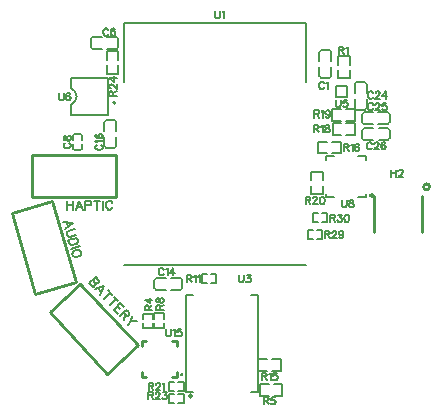
<source format=gto>
G04 Layer: TopSilkscreenLayer*
G04 Panelize: , Column: 1, Row: 1, Board Size: 35.35mm x 33.79mm, Panelized Board Size: 35.35mm x 33.79mm*
G04 EasyEDA v6.5.34, 2023-08-25 09:09:34*
G04 d93e2c1bc76747fc85efea62cec83403,9a4ed40c0dd746429eaf55b84663d2fb,10*
G04 Gerber Generator version 0.2*
G04 Scale: 100 percent, Rotated: No, Reflected: No *
G04 Dimensions in millimeters *
G04 leading zeros omitted , absolute positions ,4 integer and 5 decimal *
%FSLAX45Y45*%
%MOMM*%

%ADD10C,0.1524*%
%ADD11C,0.1270*%
%ADD12C,0.2540*%
%ADD13C,0.2000*%
%ADD14C,0.1500*%
%ADD15C,0.1999*%
%ADD16C,0.2500*%
%ADD17C,0.1000*%
%ADD18C,0.2500*%
%ADD19C,0.0120*%

%LPD*%
D10*
X110487Y529729D02*
G01*
X110487Y469023D01*
X110487Y529729D02*
G01*
X136395Y529729D01*
X145031Y526935D01*
X148079Y523887D01*
X150873Y518299D01*
X150873Y512457D01*
X148079Y506615D01*
X145031Y503821D01*
X136395Y500773D01*
X110487Y500773D01*
X130553Y500773D02*
G01*
X150873Y469023D01*
X169923Y518299D02*
G01*
X175765Y521093D01*
X184401Y529729D01*
X184401Y469023D01*
X217929Y529729D02*
G01*
X209039Y526935D01*
X206245Y521093D01*
X206245Y515251D01*
X209039Y509409D01*
X214881Y506615D01*
X226565Y503821D01*
X235201Y500773D01*
X240789Y495185D01*
X243837Y489343D01*
X243837Y480707D01*
X240789Y474865D01*
X237995Y472071D01*
X229359Y469023D01*
X217929Y469023D01*
X209039Y472071D01*
X206245Y474865D01*
X203451Y480707D01*
X203451Y489343D01*
X206245Y495185D01*
X212087Y500773D01*
X220723Y503821D01*
X232153Y506615D01*
X237995Y509409D01*
X240789Y515251D01*
X240789Y521093D01*
X237995Y526935D01*
X229359Y529729D01*
X217929Y529729D01*
X-1737545Y-754748D02*
G01*
X-1793275Y-806716D01*
X-1737545Y-754748D02*
G01*
X-1715198Y-778710D01*
X-1710352Y-789124D01*
X-1710527Y-794151D01*
X-1713489Y-801773D01*
X-1718876Y-806797D01*
X-1726501Y-809048D01*
X-1731713Y-809045D01*
X-1741764Y-803483D01*
X-1764111Y-779518D02*
G01*
X-1741764Y-803483D01*
X-1736915Y-813894D01*
X-1737276Y-819094D01*
X-1740052Y-826546D01*
X-1748040Y-833993D01*
X-1755853Y-836416D01*
X-1760880Y-836241D01*
X-1770928Y-830679D01*
X-1793275Y-806716D01*
X-1666694Y-830724D02*
G01*
X-1742173Y-861517D01*
X-1666694Y-830724D02*
G01*
X-1702503Y-904057D01*
X-1716148Y-852180D02*
G01*
X-1691375Y-878746D01*
X-1612996Y-888311D02*
G01*
X-1668724Y-940280D01*
X-1630492Y-869548D02*
G01*
X-1595673Y-906889D01*
X-1561894Y-943112D02*
G01*
X-1617621Y-995080D01*
X-1579389Y-924349D02*
G01*
X-1544571Y-961689D01*
X-1528287Y-979149D02*
G01*
X-1584015Y-1031118D01*
X-1528287Y-979149D02*
G01*
X-1496067Y-1013701D01*
X-1554850Y-1003922D02*
G01*
X-1534929Y-1025283D01*
X-1584015Y-1031118D02*
G01*
X-1551795Y-1065669D01*
X-1479610Y-1031349D02*
G01*
X-1535338Y-1083317D01*
X-1479610Y-1031349D02*
G01*
X-1457264Y-1055314D01*
X-1452415Y-1065725D01*
X-1452590Y-1070752D01*
X-1455552Y-1078377D01*
X-1460939Y-1083401D01*
X-1468567Y-1085649D01*
X-1473779Y-1085646D01*
X-1483827Y-1080084D01*
X-1506174Y-1056121D01*
X-1488851Y-1074696D02*
G01*
X-1500692Y-1120470D01*
X-1428508Y-1086149D02*
G01*
X-1435323Y-1132098D01*
X-1464490Y-1159296D01*
X-1388838Y-1128689D02*
G01*
X-1435323Y-1132098D01*
D11*
X763524Y152044D02*
G01*
X763524Y91338D01*
X803910Y152044D02*
G01*
X803910Y91338D01*
X763524Y123088D02*
G01*
X803910Y123088D01*
X825754Y137566D02*
G01*
X825754Y140360D01*
X828802Y146202D01*
X831596Y148996D01*
X837438Y152044D01*
X848868Y152044D01*
X854710Y148996D01*
X857504Y146202D01*
X860552Y140360D01*
X860552Y134518D01*
X857504Y128930D01*
X851915Y120294D01*
X822960Y91338D01*
X863346Y91338D01*
D10*
X-1981784Y-108280D02*
G01*
X-1981784Y-184734D01*
X-1930730Y-108280D02*
G01*
X-1930730Y-184734D01*
X-1981784Y-144602D02*
G01*
X-1930730Y-144602D01*
X-1877644Y-108280D02*
G01*
X-1906854Y-184734D01*
X-1877644Y-108280D02*
G01*
X-1848688Y-184734D01*
X-1895932Y-159080D02*
G01*
X-1859610Y-159080D01*
X-1824558Y-108280D02*
G01*
X-1824558Y-184734D01*
X-1824558Y-108280D02*
G01*
X-1791792Y-108280D01*
X-1780870Y-111836D01*
X-1777314Y-115646D01*
X-1773758Y-122758D01*
X-1773758Y-133680D01*
X-1777314Y-141046D01*
X-1780870Y-144602D01*
X-1791792Y-148158D01*
X-1824558Y-148158D01*
X-1724228Y-108280D02*
G01*
X-1724228Y-184734D01*
X-1749628Y-108280D02*
G01*
X-1698828Y-108280D01*
X-1674698Y-108280D02*
G01*
X-1674698Y-184734D01*
X-1596212Y-126314D02*
G01*
X-1599768Y-119202D01*
X-1607134Y-111836D01*
X-1614500Y-108280D01*
X-1628978Y-108280D01*
X-1636344Y-111836D01*
X-1643456Y-119202D01*
X-1647266Y-126314D01*
X-1650822Y-137236D01*
X-1650822Y-155524D01*
X-1647266Y-166446D01*
X-1643456Y-173812D01*
X-1636344Y-180924D01*
X-1628978Y-184734D01*
X-1614500Y-184734D01*
X-1607134Y-180924D01*
X-1599768Y-173812D01*
X-1596212Y-166446D01*
D11*
X-1630141Y1334592D02*
G01*
X-1632935Y1340434D01*
X-1638777Y1346276D01*
X-1644619Y1349070D01*
X-1656049Y1349070D01*
X-1661891Y1346276D01*
X-1667479Y1340434D01*
X-1670527Y1334592D01*
X-1673321Y1325956D01*
X-1673321Y1311478D01*
X-1670527Y1302842D01*
X-1667479Y1297000D01*
X-1661891Y1291412D01*
X-1656049Y1288364D01*
X-1644619Y1288364D01*
X-1638777Y1291412D01*
X-1632935Y1297000D01*
X-1630141Y1302842D01*
X-1576293Y1340434D02*
G01*
X-1579341Y1346276D01*
X-1587977Y1349070D01*
X-1593819Y1349070D01*
X-1602455Y1346276D01*
X-1608043Y1337640D01*
X-1611091Y1323162D01*
X-1611091Y1308684D01*
X-1608043Y1297000D01*
X-1602455Y1291412D01*
X-1593819Y1288364D01*
X-1590771Y1288364D01*
X-1582135Y1291412D01*
X-1576293Y1297000D01*
X-1573499Y1305890D01*
X-1573499Y1308684D01*
X-1576293Y1317320D01*
X-1582135Y1323162D01*
X-1590771Y1325956D01*
X-1593819Y1325956D01*
X-1602455Y1323162D01*
X-1608043Y1317320D01*
X-1611091Y1308684D01*
D10*
X-1930140Y-300136D02*
G01*
X-2011685Y-293131D01*
X-1930140Y-300136D02*
G01*
X-1995652Y-349044D01*
X-1984014Y-296557D02*
G01*
X-1974001Y-331472D01*
X-1915507Y-351165D02*
G01*
X-1968002Y-366217D01*
X-1977522Y-372645D01*
X-1982327Y-381688D01*
X-1982980Y-393237D01*
X-1981019Y-400072D01*
X-1974347Y-409521D01*
X-1965479Y-414642D01*
X-1954001Y-415048D01*
X-1901507Y-399996D01*
X-1894855Y-423191D02*
G01*
X-1968347Y-444266D01*
X-1894855Y-423191D02*
G01*
X-1887854Y-447608D01*
X-1888261Y-459087D01*
X-1893310Y-468198D01*
X-1899168Y-473577D01*
X-1908688Y-480006D01*
X-1926267Y-485046D01*
X-1937745Y-484639D01*
X-1945807Y-483250D01*
X-1954674Y-478132D01*
X-1961347Y-468683D01*
X-1968347Y-444266D01*
X-1874202Y-495218D02*
G01*
X-1947694Y-516293D01*
X-1861599Y-539168D02*
G01*
X-1867047Y-533067D01*
X-1876089Y-528261D01*
X-1883976Y-526559D01*
X-1895454Y-526153D01*
X-1913034Y-531192D01*
X-1922553Y-537621D01*
X-1928583Y-543313D01*
X-1933460Y-552112D01*
X-1935091Y-560242D01*
X-1931101Y-574159D01*
X-1925408Y-580189D01*
X-1916541Y-585309D01*
X-1908479Y-586699D01*
X-1897001Y-587105D01*
X-1879422Y-582066D01*
X-1869902Y-575635D01*
X-1864047Y-570257D01*
X-1858998Y-561146D01*
X-1857608Y-553085D01*
X-1861599Y-539168D01*
X115059Y655205D02*
G01*
X115059Y594499D01*
X115059Y655205D02*
G01*
X140967Y655205D01*
X149603Y652411D01*
X152651Y649363D01*
X155445Y643775D01*
X155445Y637933D01*
X152651Y632091D01*
X149603Y629297D01*
X140967Y626249D01*
X115059Y626249D01*
X135125Y626249D02*
G01*
X155445Y594499D01*
X174495Y643775D02*
G01*
X180337Y646569D01*
X188973Y655205D01*
X188973Y594499D01*
X245361Y634885D02*
G01*
X242567Y626249D01*
X236725Y620661D01*
X228089Y617613D01*
X225295Y617613D01*
X216659Y620661D01*
X210817Y626249D01*
X208023Y634885D01*
X208023Y637933D01*
X210817Y646569D01*
X216659Y652411D01*
X225295Y655205D01*
X228089Y655205D01*
X236725Y652411D01*
X242567Y646569D01*
X245361Y634885D01*
X245361Y620661D01*
X242567Y606183D01*
X236725Y597547D01*
X228089Y594499D01*
X222501Y594499D01*
X213611Y597547D01*
X210817Y603135D01*
D11*
X297456Y743826D02*
G01*
X297456Y700646D01*
X300250Y692010D01*
X306092Y686168D01*
X314728Y683120D01*
X320570Y683120D01*
X329206Y686168D01*
X334794Y692010D01*
X337842Y700646D01*
X337842Y743826D01*
X391436Y743826D02*
G01*
X362734Y743826D01*
X359686Y717918D01*
X362734Y720712D01*
X371370Y723760D01*
X380006Y723760D01*
X388642Y720712D01*
X394484Y714870D01*
X397278Y706234D01*
X397278Y700646D01*
X394484Y692010D01*
X388642Y686168D01*
X380006Y683120D01*
X371370Y683120D01*
X362734Y686168D01*
X359686Y688962D01*
X356892Y694804D01*
D10*
X-729256Y1500512D02*
G01*
X-729256Y1452760D01*
X-726208Y1443108D01*
X-719858Y1436758D01*
X-710206Y1433710D01*
X-703856Y1433710D01*
X-694204Y1436758D01*
X-687854Y1443108D01*
X-684806Y1452760D01*
X-684806Y1500512D01*
X-663724Y1487812D02*
G01*
X-657374Y1490860D01*
X-647976Y1500512D01*
X-647976Y1433710D01*
X348040Y-101488D02*
G01*
X348040Y-144922D01*
X350834Y-153558D01*
X356676Y-159146D01*
X365312Y-162194D01*
X371154Y-162194D01*
X379790Y-159146D01*
X385632Y-153558D01*
X388426Y-144922D01*
X388426Y-101488D01*
X421954Y-101488D02*
G01*
X413318Y-104282D01*
X410270Y-110124D01*
X410270Y-115966D01*
X413318Y-121808D01*
X418906Y-124602D01*
X430590Y-127396D01*
X439226Y-130444D01*
X445068Y-136032D01*
X447862Y-141874D01*
X447862Y-150510D01*
X445068Y-156352D01*
X442020Y-159146D01*
X433384Y-162194D01*
X421954Y-162194D01*
X413318Y-159146D01*
X410270Y-156352D01*
X407476Y-150510D01*
X407476Y-141874D01*
X410270Y-136032D01*
X416112Y-130444D01*
X424748Y-127396D01*
X436432Y-124602D01*
X442020Y-121808D01*
X445068Y-115966D01*
X445068Y-110124D01*
X442020Y-104282D01*
X433384Y-101488D01*
X421954Y-101488D01*
D11*
X-523392Y-740257D02*
G01*
X-523392Y-783691D01*
X-520598Y-792327D01*
X-514756Y-798169D01*
X-506120Y-800963D01*
X-500278Y-800963D01*
X-491642Y-798169D01*
X-486054Y-792327D01*
X-483006Y-783691D01*
X-483006Y-740257D01*
X-458368Y-740257D02*
G01*
X-426618Y-740257D01*
X-443890Y-763371D01*
X-435254Y-763371D01*
X-429412Y-766419D01*
X-426618Y-769213D01*
X-423570Y-777849D01*
X-423570Y-783691D01*
X-426618Y-792327D01*
X-432206Y-798169D01*
X-440842Y-800963D01*
X-449478Y-800963D01*
X-458368Y-798169D01*
X-461162Y-795121D01*
X-463956Y-789533D01*
X-312623Y-1773351D02*
G01*
X-312623Y-1834057D01*
X-312623Y-1773351D02*
G01*
X-286715Y-1773351D01*
X-278079Y-1776145D01*
X-275031Y-1779193D01*
X-272237Y-1784781D01*
X-272237Y-1790623D01*
X-275031Y-1796465D01*
X-278079Y-1799259D01*
X-286715Y-1802307D01*
X-312623Y-1802307D01*
X-292557Y-1802307D02*
G01*
X-272237Y-1834057D01*
X-218643Y-1773351D02*
G01*
X-247345Y-1773351D01*
X-250393Y-1799259D01*
X-247345Y-1796465D01*
X-238709Y-1793671D01*
X-230073Y-1793671D01*
X-221437Y-1796465D01*
X-215595Y-1802307D01*
X-212801Y-1810943D01*
X-212801Y-1816531D01*
X-215595Y-1825421D01*
X-221437Y-1831009D01*
X-230073Y-1834057D01*
X-238709Y-1834057D01*
X-247345Y-1831009D01*
X-250393Y-1828215D01*
X-253187Y-1822373D01*
X-330657Y-1567611D02*
G01*
X-330657Y-1628317D01*
X-330657Y-1567611D02*
G01*
X-304749Y-1567611D01*
X-296113Y-1570405D01*
X-293065Y-1573453D01*
X-290271Y-1579041D01*
X-290271Y-1584883D01*
X-293065Y-1590725D01*
X-296113Y-1593519D01*
X-304749Y-1596567D01*
X-330657Y-1596567D01*
X-310591Y-1596567D02*
G01*
X-290271Y-1628317D01*
X-271221Y-1579041D02*
G01*
X-265379Y-1576247D01*
X-256743Y-1567611D01*
X-256743Y-1628317D01*
X-203149Y-1567611D02*
G01*
X-232105Y-1567611D01*
X-234899Y-1593519D01*
X-232105Y-1590725D01*
X-223215Y-1587931D01*
X-214579Y-1587931D01*
X-205943Y-1590725D01*
X-200355Y-1596567D01*
X-197307Y-1605203D01*
X-197307Y-1610791D01*
X-200355Y-1619681D01*
X-205943Y-1625269D01*
X-214579Y-1628317D01*
X-223215Y-1628317D01*
X-232105Y-1625269D01*
X-234899Y-1622475D01*
X-237693Y-1616633D01*
X322323Y1191907D02*
G01*
X322323Y1131201D01*
X322323Y1191907D02*
G01*
X348231Y1191907D01*
X356867Y1189113D01*
X359915Y1186065D01*
X362709Y1180477D01*
X362709Y1174635D01*
X359915Y1168793D01*
X356867Y1165999D01*
X348231Y1162951D01*
X322323Y1162951D01*
X342389Y1162951D02*
G01*
X362709Y1131201D01*
X381759Y1180477D02*
G01*
X387601Y1183271D01*
X396237Y1191907D01*
X396237Y1131201D01*
X-1318770Y-1037343D02*
G01*
X-1258064Y-1037343D01*
X-1318770Y-1037343D02*
G01*
X-1318770Y-1011435D01*
X-1315976Y-1002799D01*
X-1312928Y-999751D01*
X-1307340Y-996957D01*
X-1301498Y-996957D01*
X-1295656Y-999751D01*
X-1292862Y-1002799D01*
X-1289814Y-1011435D01*
X-1289814Y-1037343D01*
X-1289814Y-1017277D02*
G01*
X-1258064Y-996957D01*
X-1318770Y-948951D02*
G01*
X-1278384Y-977907D01*
X-1278384Y-934727D01*
X-1318770Y-948951D02*
G01*
X-1258064Y-948951D01*
X-1223149Y-1033294D02*
G01*
X-1162443Y-1033294D01*
X-1223149Y-1033294D02*
G01*
X-1223149Y-1007386D01*
X-1220101Y-998750D01*
X-1217307Y-995956D01*
X-1211465Y-992908D01*
X-1205623Y-992908D01*
X-1200035Y-995956D01*
X-1196987Y-998750D01*
X-1194193Y-1007386D01*
X-1194193Y-1033294D01*
X-1194193Y-1013228D02*
G01*
X-1162443Y-992908D01*
X-1223149Y-959380D02*
G01*
X-1220101Y-968270D01*
X-1214513Y-971064D01*
X-1208671Y-971064D01*
X-1202829Y-968270D01*
X-1200035Y-962428D01*
X-1196987Y-950744D01*
X-1194193Y-942108D01*
X-1188351Y-936520D01*
X-1182763Y-933472D01*
X-1173873Y-933472D01*
X-1168285Y-936520D01*
X-1165237Y-939314D01*
X-1162443Y-947950D01*
X-1162443Y-959380D01*
X-1165237Y-968270D01*
X-1168285Y-971064D01*
X-1173873Y-973858D01*
X-1182763Y-973858D01*
X-1188351Y-971064D01*
X-1194193Y-965222D01*
X-1196987Y-956586D01*
X-1200035Y-945156D01*
X-1202829Y-939314D01*
X-1208671Y-936520D01*
X-1214513Y-936520D01*
X-1220101Y-939314D01*
X-1223149Y-947950D01*
X-1223149Y-959380D01*
X-965657Y-740333D02*
G01*
X-965657Y-801039D01*
X-965657Y-740333D02*
G01*
X-939749Y-740333D01*
X-931113Y-743127D01*
X-928065Y-746175D01*
X-925271Y-751763D01*
X-925271Y-757605D01*
X-928065Y-763447D01*
X-931113Y-766241D01*
X-939749Y-769289D01*
X-965657Y-769289D01*
X-945591Y-769289D02*
G01*
X-925271Y-801039D01*
X-906221Y-751763D02*
G01*
X-900379Y-748969D01*
X-891743Y-740333D01*
X-891743Y-801039D01*
X-872693Y-751763D02*
G01*
X-867105Y-748969D01*
X-858215Y-740333D01*
X-858215Y-801039D01*
X-1288704Y-1651873D02*
G01*
X-1288704Y-1712579D01*
X-1288704Y-1651873D02*
G01*
X-1262796Y-1651873D01*
X-1254160Y-1654921D01*
X-1251366Y-1657715D01*
X-1248318Y-1663557D01*
X-1248318Y-1669399D01*
X-1251366Y-1674987D01*
X-1254160Y-1678035D01*
X-1262796Y-1680829D01*
X-1288704Y-1680829D01*
X-1268638Y-1680829D02*
G01*
X-1248318Y-1712579D01*
X-1226474Y-1666351D02*
G01*
X-1226474Y-1663557D01*
X-1223680Y-1657715D01*
X-1220632Y-1654921D01*
X-1214790Y-1651873D01*
X-1203360Y-1651873D01*
X-1197518Y-1654921D01*
X-1194724Y-1657715D01*
X-1191930Y-1663557D01*
X-1191930Y-1669399D01*
X-1194724Y-1674987D01*
X-1200566Y-1683623D01*
X-1229268Y-1712579D01*
X-1188882Y-1712579D01*
X-1169832Y-1663557D02*
G01*
X-1163990Y-1660509D01*
X-1155354Y-1651873D01*
X-1155354Y-1712579D01*
X-1292463Y-1729267D02*
G01*
X-1292463Y-1789719D01*
X-1292463Y-1729267D02*
G01*
X-1266301Y-1729267D01*
X-1257665Y-1732061D01*
X-1254871Y-1734855D01*
X-1252077Y-1740697D01*
X-1252077Y-1746539D01*
X-1254871Y-1752381D01*
X-1257665Y-1755175D01*
X-1266301Y-1757969D01*
X-1292463Y-1757969D01*
X-1272143Y-1757969D02*
G01*
X-1252077Y-1789719D01*
X-1229979Y-1743491D02*
G01*
X-1229979Y-1740697D01*
X-1227185Y-1734855D01*
X-1224137Y-1732061D01*
X-1218549Y-1729267D01*
X-1206865Y-1729267D01*
X-1201277Y-1732061D01*
X-1198229Y-1734855D01*
X-1195435Y-1740697D01*
X-1195435Y-1746539D01*
X-1198229Y-1752381D01*
X-1204071Y-1761017D01*
X-1233027Y-1789719D01*
X-1192387Y-1789719D01*
X-1167749Y-1729267D02*
G01*
X-1135999Y-1729267D01*
X-1153271Y-1752381D01*
X-1144635Y-1752381D01*
X-1138793Y-1755175D01*
X-1135999Y-1757969D01*
X-1132951Y-1766605D01*
X-1132951Y-1772447D01*
X-1135999Y-1781083D01*
X-1141587Y-1786925D01*
X-1150477Y-1789719D01*
X-1159113Y-1789719D01*
X-1167749Y-1786925D01*
X-1170543Y-1784131D01*
X-1173337Y-1778289D01*
X202689Y-366382D02*
G01*
X202689Y-427088D01*
X202689Y-366382D02*
G01*
X228597Y-366382D01*
X237233Y-369176D01*
X240281Y-372224D01*
X243075Y-377812D01*
X243075Y-383654D01*
X240281Y-389496D01*
X237233Y-392290D01*
X228597Y-395338D01*
X202689Y-395338D01*
X222755Y-395338D02*
G01*
X243075Y-427088D01*
X264919Y-380860D02*
G01*
X264919Y-377812D01*
X267967Y-372224D01*
X270761Y-369176D01*
X276603Y-366382D01*
X288033Y-366382D01*
X293875Y-369176D01*
X296669Y-372224D01*
X299717Y-377812D01*
X299717Y-383654D01*
X296669Y-389496D01*
X291081Y-398132D01*
X262125Y-427088D01*
X302511Y-427088D01*
X359153Y-386702D02*
G01*
X356105Y-395338D01*
X350517Y-400926D01*
X341881Y-403974D01*
X338833Y-403974D01*
X330197Y-400926D01*
X324355Y-395338D01*
X321561Y-386702D01*
X321561Y-383654D01*
X324355Y-375018D01*
X330197Y-369176D01*
X338833Y-366382D01*
X341881Y-366382D01*
X350517Y-369176D01*
X356105Y-375018D01*
X359153Y-386702D01*
X359153Y-400926D01*
X356105Y-415404D01*
X350517Y-424040D01*
X341881Y-427088D01*
X336039Y-427088D01*
X327403Y-424040D01*
X324355Y-418452D01*
X248665Y-228345D02*
G01*
X248665Y-289052D01*
X248665Y-228345D02*
G01*
X274574Y-228345D01*
X283210Y-231139D01*
X286258Y-234187D01*
X289052Y-239776D01*
X289052Y-245618D01*
X286258Y-251460D01*
X283210Y-254253D01*
X274574Y-257302D01*
X248665Y-257302D01*
X268731Y-257302D02*
G01*
X289052Y-289052D01*
X313944Y-228345D02*
G01*
X345694Y-228345D01*
X328168Y-251460D01*
X337058Y-251460D01*
X342646Y-254253D01*
X345694Y-257302D01*
X348488Y-265937D01*
X348488Y-271526D01*
X345694Y-280415D01*
X339852Y-286003D01*
X331215Y-289052D01*
X322580Y-289052D01*
X313944Y-286003D01*
X310896Y-283210D01*
X308102Y-277368D01*
X384810Y-228345D02*
G01*
X376174Y-231139D01*
X370331Y-239776D01*
X367538Y-254253D01*
X367538Y-262889D01*
X370331Y-277368D01*
X376174Y-286003D01*
X384810Y-289052D01*
X390652Y-289052D01*
X399288Y-286003D01*
X405130Y-277368D01*
X407924Y-262889D01*
X407924Y-254253D01*
X405130Y-239776D01*
X399288Y-231139D01*
X390652Y-228345D01*
X384810Y-228345D01*
X600961Y370217D02*
G01*
X598167Y376059D01*
X592325Y381647D01*
X586737Y384695D01*
X575053Y384695D01*
X569211Y381647D01*
X563623Y376059D01*
X560575Y370217D01*
X557781Y361581D01*
X557781Y347103D01*
X560575Y338467D01*
X563623Y332625D01*
X569211Y326783D01*
X575053Y323989D01*
X586737Y323989D01*
X592325Y326783D01*
X598167Y332625D01*
X600961Y338467D01*
X623059Y370217D02*
G01*
X623059Y373011D01*
X625853Y378853D01*
X628901Y381647D01*
X634489Y384695D01*
X646173Y384695D01*
X651761Y381647D01*
X654809Y378853D01*
X657603Y373011D01*
X657603Y367423D01*
X654809Y361581D01*
X648967Y352945D01*
X620011Y323989D01*
X660651Y323989D01*
X714245Y376059D02*
G01*
X711451Y381647D01*
X702561Y384695D01*
X696973Y384695D01*
X688337Y381647D01*
X682495Y373011D01*
X679701Y358533D01*
X679701Y344309D01*
X682495Y332625D01*
X688337Y326783D01*
X696973Y323989D01*
X699767Y323989D01*
X708403Y326783D01*
X714245Y332625D01*
X717039Y341261D01*
X717039Y344309D01*
X714245Y352945D01*
X708403Y358533D01*
X699767Y361581D01*
X696973Y361581D01*
X688337Y358533D01*
X682495Y352945D01*
X679701Y344309D01*
X363778Y369646D02*
G01*
X363778Y308940D01*
X363778Y369646D02*
G01*
X389686Y369646D01*
X398322Y366852D01*
X401370Y363804D01*
X404164Y358216D01*
X404164Y352374D01*
X401370Y346532D01*
X398322Y343738D01*
X389686Y340690D01*
X363778Y340690D01*
X383844Y340690D02*
G01*
X404164Y308940D01*
X423214Y358216D02*
G01*
X429056Y361010D01*
X437692Y369646D01*
X437692Y308940D01*
X491286Y361010D02*
G01*
X488492Y366852D01*
X479856Y369646D01*
X474014Y369646D01*
X465378Y366852D01*
X459536Y358216D01*
X456742Y343738D01*
X456742Y329260D01*
X459536Y317576D01*
X465378Y311988D01*
X474014Y308940D01*
X476808Y308940D01*
X485444Y311988D01*
X491286Y317576D01*
X494080Y326466D01*
X494080Y329260D01*
X491286Y337896D01*
X485444Y343738D01*
X476808Y346532D01*
X474014Y346532D01*
X465378Y343738D01*
X459536Y337896D01*
X456742Y329260D01*
X40891Y-76314D02*
G01*
X40891Y-137020D01*
X40891Y-76314D02*
G01*
X66799Y-76314D01*
X75435Y-79362D01*
X78483Y-82156D01*
X81277Y-87998D01*
X81277Y-93586D01*
X78483Y-99428D01*
X75435Y-102476D01*
X66799Y-105270D01*
X40891Y-105270D01*
X61211Y-105270D02*
G01*
X81277Y-137020D01*
X103121Y-90792D02*
G01*
X103121Y-87998D01*
X106169Y-82156D01*
X108963Y-79362D01*
X114805Y-76314D01*
X126235Y-76314D01*
X132077Y-79362D01*
X134871Y-82156D01*
X137919Y-87998D01*
X137919Y-93586D01*
X134871Y-99428D01*
X129283Y-108064D01*
X100327Y-137020D01*
X140713Y-137020D01*
X177035Y-76314D02*
G01*
X168399Y-79362D01*
X162811Y-87998D01*
X159763Y-102476D01*
X159763Y-111112D01*
X162811Y-125336D01*
X168399Y-134226D01*
X177035Y-137020D01*
X182877Y-137020D01*
X191513Y-134226D01*
X197355Y-125336D01*
X200149Y-111112D01*
X200149Y-102476D01*
X197355Y-87998D01*
X191513Y-79362D01*
X182877Y-76314D01*
X177035Y-76314D01*
X609343Y703719D02*
G01*
X606549Y709561D01*
X600707Y715149D01*
X595119Y718197D01*
X583435Y718197D01*
X577593Y715149D01*
X572005Y709561D01*
X568957Y703719D01*
X566163Y695083D01*
X566163Y680605D01*
X568957Y671969D01*
X572005Y666127D01*
X577593Y660285D01*
X583435Y657491D01*
X595119Y657491D01*
X600707Y660285D01*
X606549Y666127D01*
X609343Y671969D01*
X631441Y703719D02*
G01*
X631441Y706513D01*
X634235Y712355D01*
X637283Y715149D01*
X642871Y718197D01*
X654555Y718197D01*
X660143Y715149D01*
X663191Y712355D01*
X665985Y706513D01*
X665985Y700925D01*
X663191Y695083D01*
X657349Y686447D01*
X628393Y657491D01*
X669033Y657491D01*
X722627Y718197D02*
G01*
X693671Y718197D01*
X690877Y692035D01*
X693671Y695083D01*
X702307Y697877D01*
X710943Y697877D01*
X719833Y695083D01*
X725421Y689241D01*
X728469Y680605D01*
X728469Y674763D01*
X725421Y666127D01*
X719833Y660285D01*
X710943Y657491D01*
X702307Y657491D01*
X693671Y660285D01*
X690877Y663333D01*
X688083Y669175D01*
X-1621360Y779833D02*
G01*
X-1560654Y779833D01*
X-1621360Y779833D02*
G01*
X-1621360Y805741D01*
X-1618312Y814377D01*
X-1615518Y817171D01*
X-1609676Y820219D01*
X-1603834Y820219D01*
X-1598246Y817171D01*
X-1595198Y814377D01*
X-1592404Y805741D01*
X-1592404Y779833D01*
X-1592404Y799899D02*
G01*
X-1560654Y820219D01*
X-1606882Y842063D02*
G01*
X-1609676Y842063D01*
X-1615518Y844857D01*
X-1618312Y847905D01*
X-1621360Y853747D01*
X-1621360Y865177D01*
X-1618312Y871019D01*
X-1615518Y873813D01*
X-1609676Y876607D01*
X-1603834Y876607D01*
X-1598246Y873813D01*
X-1589610Y867971D01*
X-1560654Y839269D01*
X-1560654Y879655D01*
X-1621360Y927407D02*
G01*
X-1580974Y898705D01*
X-1580974Y941885D01*
X-1621360Y927407D02*
G01*
X-1560654Y927407D01*
X-1994796Y380845D02*
G01*
X-2000638Y378051D01*
X-2006480Y372209D01*
X-2009274Y366367D01*
X-2009274Y354937D01*
X-2006480Y349095D01*
X-2000638Y343507D01*
X-1994796Y340459D01*
X-1986160Y337665D01*
X-1971682Y337665D01*
X-1963046Y340459D01*
X-1957204Y343507D01*
X-1951616Y349095D01*
X-1948568Y354937D01*
X-1948568Y366367D01*
X-1951616Y372209D01*
X-1957204Y378051D01*
X-1963046Y380845D01*
X-2009274Y414373D02*
G01*
X-2006480Y405737D01*
X-2000638Y402943D01*
X-1994796Y402943D01*
X-1988954Y405737D01*
X-1986160Y411579D01*
X-1983366Y423009D01*
X-1980318Y431645D01*
X-1974730Y437487D01*
X-1968888Y440281D01*
X-1960252Y440281D01*
X-1954410Y437487D01*
X-1951616Y434693D01*
X-1948568Y426057D01*
X-1948568Y414373D01*
X-1951616Y405737D01*
X-1954410Y402943D01*
X-1960252Y399895D01*
X-1968888Y399895D01*
X-1974730Y402943D01*
X-1980318Y408531D01*
X-1983366Y417167D01*
X-1986160Y428851D01*
X-1988954Y434693D01*
X-1994796Y437487D01*
X-2000638Y437487D01*
X-2006480Y434693D01*
X-2009274Y426057D01*
X-2009274Y414373D01*
X-1140673Y-1196761D02*
G01*
X-1140673Y-1239941D01*
X-1137879Y-1248831D01*
X-1132037Y-1254419D01*
X-1123401Y-1257467D01*
X-1117559Y-1257467D01*
X-1108923Y-1254419D01*
X-1103081Y-1248831D01*
X-1100287Y-1239941D01*
X-1100287Y-1196761D01*
X-1081237Y-1208191D02*
G01*
X-1075395Y-1205397D01*
X-1066759Y-1196761D01*
X-1066759Y-1257467D01*
X-1013165Y-1196761D02*
G01*
X-1042121Y-1196761D01*
X-1044915Y-1222669D01*
X-1042121Y-1219875D01*
X-1033231Y-1217081D01*
X-1024595Y-1217081D01*
X-1015959Y-1219875D01*
X-1010371Y-1225717D01*
X-1007323Y-1234353D01*
X-1007323Y-1239941D01*
X-1010371Y-1248831D01*
X-1015959Y-1254419D01*
X-1024595Y-1257467D01*
X-1033231Y-1257467D01*
X-1042121Y-1254419D01*
X-1044915Y-1251625D01*
X-1047709Y-1245783D01*
X-1724980Y364296D02*
G01*
X-1730822Y361502D01*
X-1736664Y355660D01*
X-1739458Y349818D01*
X-1739458Y338388D01*
X-1736664Y332546D01*
X-1730822Y326958D01*
X-1724980Y323910D01*
X-1716344Y321116D01*
X-1701866Y321116D01*
X-1693230Y323910D01*
X-1687388Y326958D01*
X-1681800Y332546D01*
X-1678752Y338388D01*
X-1678752Y349818D01*
X-1681800Y355660D01*
X-1687388Y361502D01*
X-1693230Y364296D01*
X-1728028Y383346D02*
G01*
X-1730822Y389188D01*
X-1739458Y397824D01*
X-1678752Y397824D01*
X-1730822Y451418D02*
G01*
X-1736664Y448624D01*
X-1739458Y439988D01*
X-1739458Y434146D01*
X-1736664Y425510D01*
X-1728028Y419668D01*
X-1713550Y416874D01*
X-1699072Y416874D01*
X-1687388Y419668D01*
X-1681800Y425510D01*
X-1678752Y434146D01*
X-1678752Y437194D01*
X-1681800Y445830D01*
X-1687388Y451418D01*
X-1696278Y454466D01*
X-1699072Y454466D01*
X-1707708Y451418D01*
X-1713550Y445830D01*
X-1716344Y437194D01*
X-1716344Y434146D01*
X-1713550Y425510D01*
X-1707708Y419668D01*
X-1699072Y416874D01*
X197609Y883297D02*
G01*
X194815Y889139D01*
X188973Y894981D01*
X183131Y897775D01*
X171701Y897775D01*
X165859Y894981D01*
X160271Y889139D01*
X157223Y883297D01*
X154429Y874661D01*
X154429Y860183D01*
X157223Y851547D01*
X160271Y845705D01*
X165859Y840117D01*
X171701Y837069D01*
X183131Y837069D01*
X188973Y840117D01*
X194815Y845705D01*
X197609Y851547D01*
X216659Y886345D02*
G01*
X222501Y889139D01*
X231137Y897775D01*
X231137Y837069D01*
X-1161036Y-694550D02*
G01*
X-1163830Y-688708D01*
X-1169672Y-682866D01*
X-1175514Y-680072D01*
X-1186944Y-680072D01*
X-1192786Y-682866D01*
X-1198374Y-688708D01*
X-1201422Y-694550D01*
X-1204216Y-703186D01*
X-1204216Y-717664D01*
X-1201422Y-726300D01*
X-1198374Y-732142D01*
X-1192786Y-737730D01*
X-1186944Y-740778D01*
X-1175514Y-740778D01*
X-1169672Y-737730D01*
X-1163830Y-732142D01*
X-1161036Y-726300D01*
X-1141986Y-691502D02*
G01*
X-1136144Y-688708D01*
X-1127508Y-680072D01*
X-1127508Y-740778D01*
X-1079502Y-680072D02*
G01*
X-1108458Y-720458D01*
X-1065024Y-720458D01*
X-1079502Y-680072D02*
G01*
X-1079502Y-740778D01*
X610867Y800747D02*
G01*
X608073Y806589D01*
X602231Y812177D01*
X596643Y815225D01*
X584959Y815225D01*
X579117Y812177D01*
X573529Y806589D01*
X570481Y800747D01*
X567687Y792111D01*
X567687Y777633D01*
X570481Y768997D01*
X573529Y763155D01*
X579117Y757313D01*
X584959Y754519D01*
X596643Y754519D01*
X602231Y757313D01*
X608073Y763155D01*
X610867Y768997D01*
X632965Y800747D02*
G01*
X632965Y803541D01*
X635759Y809383D01*
X638807Y812177D01*
X644395Y815225D01*
X656079Y815225D01*
X661667Y812177D01*
X664715Y809383D01*
X667509Y803541D01*
X667509Y797953D01*
X664715Y792111D01*
X658873Y783475D01*
X629917Y754519D01*
X670557Y754519D01*
X718309Y815225D02*
G01*
X689607Y774839D01*
X732787Y774839D01*
X718309Y815225D02*
G01*
X718309Y754519D01*
X-2047369Y800930D02*
G01*
X-2047369Y757496D01*
X-2044575Y748860D01*
X-2038733Y743018D01*
X-2030097Y740224D01*
X-2024255Y740224D01*
X-2015619Y743018D01*
X-2009777Y748860D01*
X-2006983Y757496D01*
X-2006983Y800930D01*
X-1953389Y792294D02*
G01*
X-1956183Y797882D01*
X-1964819Y800930D01*
X-1970661Y800930D01*
X-1979297Y797882D01*
X-1985139Y789246D01*
X-1987933Y774768D01*
X-1987933Y760544D01*
X-1985139Y748860D01*
X-1979297Y743018D01*
X-1970661Y740224D01*
X-1967867Y740224D01*
X-1958977Y743018D01*
X-1953389Y748860D01*
X-1950341Y757496D01*
X-1950341Y760544D01*
X-1953389Y769180D01*
X-1958977Y774768D01*
X-1967867Y777816D01*
X-1970661Y777816D01*
X-1979297Y774768D01*
X-1985139Y769180D01*
X-1987933Y760544D01*
D12*
X-1867616Y-811964D02*
G01*
X-1382580Y-1332102D01*
X-1642648Y-1574622D01*
X-2127686Y-1054483D01*
X-1867616Y-811964D01*
X620265Y-374002D02*
G01*
X620265Y-69202D01*
X1026665Y-374002D02*
G01*
X1026665Y-69202D01*
X-1568495Y-78026D02*
G01*
X-2279695Y-78026D01*
X-2279695Y277573D01*
X-1568495Y277573D01*
X-1568495Y-78026D01*
D10*
X-1763234Y1177165D02*
G01*
X-1684225Y1177165D01*
X-1684225Y1276885D02*
G01*
X-1763234Y1276885D01*
X-1778474Y1261645D02*
G01*
X-1778474Y1192405D01*
X-1559974Y1177165D02*
G01*
X-1638983Y1177165D01*
X-1638983Y1276885D02*
G01*
X-1559974Y1276885D01*
X-1544734Y1261645D02*
G01*
X-1544734Y1192405D01*
D12*
X-2103942Y-114861D02*
G01*
X-1907908Y-798515D01*
X-2249731Y-896533D01*
X-2445765Y-212877D01*
X-2103942Y-114861D01*
D10*
X339529Y447281D02*
G01*
X267726Y447281D01*
X267726Y547001D01*
X339529Y547001D01*
X384771Y447281D02*
G01*
X456575Y447281D01*
X456575Y547001D01*
X384771Y547001D01*
X339275Y568693D02*
G01*
X267472Y568693D01*
X267472Y668413D01*
X339275Y668413D01*
X384517Y568693D02*
G01*
X456321Y568693D01*
X456321Y668413D01*
X384517Y668413D01*
X390215Y859972D02*
G01*
X390215Y764733D01*
X294975Y764733D01*
X294975Y859972D01*
X390215Y859972D01*
D11*
X-1499308Y892716D02*
G01*
X-1499308Y1397718D01*
X40693Y1397718D01*
X40693Y892716D01*
X40693Y-652264D02*
G01*
X-1499308Y-652264D01*
D13*
X554822Y-52857D02*
G01*
X554822Y-80357D01*
X484822Y-80357D01*
X279824Y-80357D02*
G01*
X209821Y-80357D01*
X209821Y-52857D01*
X554822Y237142D02*
G01*
X554822Y264642D01*
X484822Y264642D01*
X279824Y264642D02*
G01*
X209821Y264642D01*
X209821Y237142D01*
D10*
X-913437Y-1725802D02*
G01*
X-975946Y-1725802D01*
X-975946Y-1725802D01*
X-975946Y-910564D01*
X-975946Y-910564D01*
X-913437Y-910564D01*
X-423217Y-1725802D02*
G01*
X-360707Y-1725802D01*
X-360707Y-1725802D01*
X-360707Y-910564D01*
X-360707Y-910564D01*
X-423217Y-910564D01*
X-272811Y-1763344D02*
G01*
X-344614Y-1763344D01*
X-344614Y-1663623D01*
X-272811Y-1663623D01*
X-227568Y-1763344D02*
G01*
X-155765Y-1763344D01*
X-155765Y-1663623D01*
X-227568Y-1663623D01*
X-288559Y-1547444D02*
G01*
X-360362Y-1547444D01*
X-360362Y-1447723D01*
X-288559Y-1447723D01*
X-243316Y-1547444D02*
G01*
X-171513Y-1547444D01*
X-171513Y-1447723D01*
X-243316Y-1447723D01*
X315643Y1042316D02*
G01*
X315643Y1114120D01*
X415363Y1114120D01*
X415363Y1042316D01*
X315643Y997074D02*
G01*
X315643Y925271D01*
X415363Y925271D01*
X415363Y997074D01*
X-1256276Y-1111189D02*
G01*
X-1256276Y-1065636D01*
X-1334396Y-1065636D01*
X-1334396Y-1111189D01*
X-1256276Y-1144427D02*
G01*
X-1256276Y-1189979D01*
X-1334396Y-1189979D01*
X-1334396Y-1144427D01*
X-1162296Y-1108903D02*
G01*
X-1162296Y-1063350D01*
X-1240416Y-1063350D01*
X-1240416Y-1108903D01*
X-1162296Y-1142141D02*
G01*
X-1162296Y-1187693D01*
X-1240416Y-1187693D01*
X-1240416Y-1142141D01*
X-793912Y-730496D02*
G01*
X-839464Y-730496D01*
X-839464Y-808616D01*
X-793912Y-808616D01*
X-760674Y-730496D02*
G01*
X-715121Y-730496D01*
X-715121Y-808616D01*
X-760674Y-808616D01*
X-1039449Y-1720334D02*
G01*
X-993896Y-1720334D01*
X-993896Y-1642214D01*
X-1039449Y-1642214D01*
X-1072687Y-1720334D02*
G01*
X-1118240Y-1720334D01*
X-1118240Y-1642214D01*
X-1072687Y-1642214D01*
X-1039195Y-1821426D02*
G01*
X-993642Y-1821426D01*
X-993642Y-1743306D01*
X-1039195Y-1743306D01*
X-1072433Y-1821426D02*
G01*
X-1117986Y-1821426D01*
X-1117986Y-1743306D01*
X-1072433Y-1743306D01*
X135742Y-435414D02*
G01*
X181295Y-435414D01*
X181295Y-357294D01*
X135742Y-357294D01*
X102504Y-435414D02*
G01*
X56951Y-435414D01*
X56951Y-357294D01*
X102504Y-357294D01*
X177909Y-292806D02*
G01*
X223461Y-292806D01*
X223461Y-214685D01*
X177909Y-214685D01*
X144670Y-292806D02*
G01*
X99118Y-292806D01*
X99118Y-214685D01*
X144670Y-214685D01*
X533316Y403339D02*
G01*
X612325Y403339D01*
X612325Y503059D02*
G01*
X533316Y503059D01*
X518076Y487819D02*
G01*
X518076Y418579D01*
X736577Y403339D02*
G01*
X657567Y403339D01*
X657567Y503059D02*
G01*
X736577Y503059D01*
X751817Y487819D02*
G01*
X751817Y418579D01*
X220149Y291071D02*
G01*
X148346Y291071D01*
X148346Y390791D01*
X220149Y390791D01*
X265391Y291071D02*
G01*
X337195Y291071D01*
X337195Y390791D01*
X265391Y390791D01*
X185750Y18526D02*
G01*
X185750Y-53276D01*
X86029Y-53276D01*
X86029Y18526D01*
X185750Y63769D02*
G01*
X185750Y135572D01*
X86029Y135572D01*
X86029Y63769D01*
X532604Y539051D02*
G01*
X611614Y539051D01*
X611614Y638771D02*
G01*
X532604Y638771D01*
X517364Y623531D02*
G01*
X517364Y554291D01*
X735865Y539051D02*
G01*
X656856Y539051D01*
X656856Y638771D02*
G01*
X735865Y638771D01*
X751105Y623531D02*
G01*
X751105Y554291D01*
X-1544688Y1038796D02*
G01*
X-1544688Y966993D01*
X-1644408Y966993D01*
X-1644408Y1038796D01*
X-1544688Y1084038D02*
G01*
X-1544688Y1155842D01*
X-1644408Y1155842D01*
X-1644408Y1084038D01*
X-1929264Y438988D02*
G01*
X-1929264Y402142D01*
X-1851144Y402142D02*
G01*
X-1851144Y438988D01*
X-1866384Y454228D02*
G01*
X-1914024Y454228D01*
X-1929264Y332059D02*
G01*
X-1929264Y368904D01*
X-1851144Y368904D02*
G01*
X-1851144Y332059D01*
X-1866384Y316819D02*
G01*
X-1914024Y316819D01*
D12*
X-1349085Y-1601647D02*
G01*
X-1309890Y-1601647D01*
X-1088664Y-1601647D02*
G01*
X-1049083Y-1601647D01*
X-1049083Y-1301645D02*
G01*
X-1088664Y-1301645D01*
X-1309890Y-1301645D02*
G01*
X-1349085Y-1301645D01*
X-1349085Y-1601647D02*
G01*
X-1349085Y-1562120D01*
X-1349085Y-1341046D02*
G01*
X-1349085Y-1301645D01*
X-1049083Y-1601647D02*
G01*
X-1049083Y-1562120D01*
X-1049083Y-1340893D02*
G01*
X-1049083Y-1301645D01*
D10*
X-1664030Y556544D02*
G01*
X-1664030Y477535D01*
X-1564309Y477535D02*
G01*
X-1564309Y556544D01*
X-1579549Y571784D02*
G01*
X-1648790Y571784D01*
X-1664030Y353283D02*
G01*
X-1664030Y432292D01*
X-1564309Y432292D02*
G01*
X-1564309Y353283D01*
X-1579549Y338043D02*
G01*
X-1648790Y338043D01*
X157401Y1148758D02*
G01*
X157401Y1069748D01*
X257121Y1069748D02*
G01*
X257121Y1148758D01*
X241881Y1163998D02*
G01*
X172641Y1163998D01*
X157401Y945497D02*
G01*
X157401Y1024506D01*
X257121Y1024506D02*
G01*
X257121Y945497D01*
X241881Y930257D02*
G01*
X172641Y930257D01*
X-1021102Y-765162D02*
G01*
X-1100112Y-765162D01*
X-1100112Y-864882D02*
G01*
X-1021102Y-864882D01*
X-1005862Y-849642D02*
G01*
X-1005862Y-780402D01*
X-1224363Y-765162D02*
G01*
X-1145354Y-765162D01*
X-1145354Y-864882D02*
G01*
X-1224363Y-864882D01*
X-1239603Y-849642D02*
G01*
X-1239603Y-780402D01*
X456308Y877917D02*
G01*
X456308Y798908D01*
X556028Y798908D02*
G01*
X556028Y877917D01*
X540786Y893157D02*
G01*
X471551Y893157D01*
X456308Y674657D02*
G01*
X456308Y753666D01*
X556028Y753666D02*
G01*
X556028Y674657D01*
X540786Y659417D02*
G01*
X471551Y659417D01*
D14*
X-1947214Y928811D02*
G01*
X-1637207Y928809D01*
X-1637207Y618804D02*
G01*
X-1637207Y928809D01*
X-1947212Y618931D02*
G01*
X-1637207Y618931D01*
X-1949627Y928811D02*
G01*
X-1949627Y844991D01*
X-1949627Y702751D02*
G01*
X-1949627Y618931D01*
D15*
G75*
G01*
X-1569824Y719087D02*
G03*
X-1569824Y718655I-10005J-216D01*
D10*
G75*
G01*
X-1763235Y1276886D02*
G03*
X-1778475Y1261646I0J-15240D01*
G75*
G01*
X-1778475Y1192406D02*
G03*
X-1763235Y1177166I15240J0D01*
G75*
G01*
X-1559974Y1276886D02*
G02*
X-1544734Y1261646I0J-15240D01*
G75*
G01*
X-1544734Y1192406D02*
G02*
X-1559974Y1177166I-15240J0D01*
D16*
G75*
G01*
X587301Y-65339D02*
G03*
X587301Y-65085I12499J127D01*
D10*
G75*
G01*
X533316Y503060D02*
G03*
X518076Y487820I0J-15240D01*
G75*
G01*
X518076Y418579D02*
G03*
X533316Y403339I15240J0D01*
G75*
G01*
X736577Y503060D02*
G02*
X751817Y487820I0J-15240D01*
G75*
G01*
X751817Y418579D02*
G02*
X736577Y403339I-15240J0D01*
G75*
G01*
X532605Y638772D02*
G03*
X517365Y623532I0J-15240D01*
G75*
G01*
X517365Y554292D02*
G03*
X532605Y539052I15240J0D01*
G75*
G01*
X735866Y638772D02*
G02*
X751106Y623532I0J-15240D01*
G75*
G01*
X751106Y554292D02*
G02*
X735866Y539052I-15240J0D01*
G75*
G01*
X-1851144Y438988D02*
G03*
X-1866384Y454228I-15240J0D01*
G75*
G01*
X-1914025Y454228D02*
G03*
X-1929265Y438988I0J-15240D01*
G75*
G01*
X-1851144Y332059D02*
G02*
X-1866384Y316819I-15240J0D01*
G75*
G01*
X-1914025Y316819D02*
G02*
X-1929265Y332059I0J15240D01*
G75*
G01*
X-1564310Y556544D02*
G03*
X-1579550Y571784I-15240J0D01*
G75*
G01*
X-1648790Y571784D02*
G03*
X-1664030Y556544I0J-15240D01*
G75*
G01*
X-1564310Y353284D02*
G02*
X-1579550Y338044I-15240J0D01*
G75*
G01*
X-1648790Y338044D02*
G02*
X-1664030Y353284I0J15240D01*
G75*
G01*
X257122Y1148758D02*
G03*
X241882Y1163998I-15240J0D01*
G75*
G01*
X172641Y1163998D02*
G03*
X157401Y1148758I0J-15240D01*
G75*
G01*
X257122Y945497D02*
G02*
X241882Y930257I-15240J0D01*
G75*
G01*
X172641Y930257D02*
G02*
X157401Y945497I0J15240D01*
G75*
G01*
X-1021103Y-864883D02*
G03*
X-1005863Y-849643I0J15240D01*
G75*
G01*
X-1005863Y-780402D02*
G03*
X-1021103Y-765162I-15240J0D01*
G75*
G01*
X-1224364Y-864883D02*
G02*
X-1239604Y-849643I0J15240D01*
G75*
G01*
X-1239604Y-780402D02*
G02*
X-1224364Y-765162I15240J0D01*
G75*
G01*
X556029Y877918D02*
G03*
X540786Y893158I-15240J0D01*
G75*
G01*
X471551Y893158D02*
G03*
X456308Y877918I-3J-15240D01*
G75*
G01*
X556029Y674657D02*
G02*
X540786Y659417I-15240J0D01*
G75*
G01*
X471551Y659417D02*
G02*
X456308Y674657I-3J15240D01*
D14*
G75*
G01*
X-1949628Y842452D02*
G02*
X-1949628Y702752I-21730J-69850D01*
D12*
G75*
G01
X1090165Y6998D02*
G03X1090165Y6998I-25400J0D01*
D17*
G75*
G01
X271396Y837756D02*
G03X271396Y837756I-5004J0D01*
D18*
G75*
G01
X-922531Y-1762722D02*
G03X-922531Y-1762722I-12497J0D01*
D12*
G75*
G01
X-1009145Y-1580528D02*
G03X-1009145Y-1580528I-5436J0D01*
M02*

</source>
